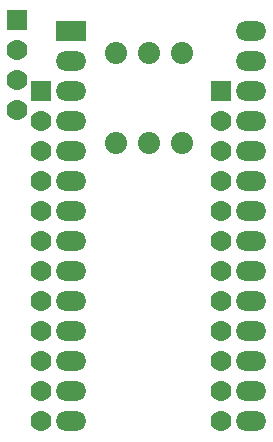
<source format=gbs>
G04*
G04 #@! TF.GenerationSoftware,Altium Limited,Altium Designer,21.0.9 (235)*
G04*
G04 Layer_Color=16711935*
%FSLAX25Y25*%
%MOIN*%
G70*
G04*
G04 #@! TF.SameCoordinates,E712B7E2-4447-4AEC-BC64-13D1A33EA5FB*
G04*
G04*
G04 #@! TF.FilePolarity,Negative*
G04*
G01*
G75*
%ADD12R,0.06992X0.06992*%
%ADD13C,0.06992*%
%ADD14C,0.07386*%
%ADD15R,0.10142X0.06598*%
%ADD16O,0.10142X0.06598*%
D12*
X5000Y142000D02*
D03*
X13000Y118500D02*
D03*
X73000D02*
D03*
D13*
X5000Y132000D02*
D03*
Y122000D02*
D03*
Y112000D02*
D03*
X13000Y48500D02*
D03*
Y58500D02*
D03*
Y68500D02*
D03*
Y78500D02*
D03*
Y88500D02*
D03*
Y98500D02*
D03*
Y108500D02*
D03*
Y38500D02*
D03*
Y28500D02*
D03*
Y18500D02*
D03*
Y8500D02*
D03*
X73000Y48500D02*
D03*
Y58500D02*
D03*
Y68500D02*
D03*
Y78500D02*
D03*
Y88500D02*
D03*
Y98500D02*
D03*
Y108500D02*
D03*
Y38500D02*
D03*
Y28500D02*
D03*
Y18500D02*
D03*
Y8500D02*
D03*
D14*
X60000Y101000D02*
D03*
Y131000D02*
D03*
X38000Y101000D02*
D03*
Y131000D02*
D03*
X49000Y101000D02*
D03*
Y131000D02*
D03*
D15*
X23000Y138500D02*
D03*
D16*
Y128500D02*
D03*
Y118500D02*
D03*
Y108500D02*
D03*
Y98500D02*
D03*
Y88500D02*
D03*
Y78500D02*
D03*
Y68500D02*
D03*
Y58500D02*
D03*
Y48500D02*
D03*
Y38500D02*
D03*
Y28500D02*
D03*
Y18500D02*
D03*
Y8500D02*
D03*
X83000Y138500D02*
D03*
Y128500D02*
D03*
Y118500D02*
D03*
Y108500D02*
D03*
Y98500D02*
D03*
Y88500D02*
D03*
Y78500D02*
D03*
Y68500D02*
D03*
Y58500D02*
D03*
Y48500D02*
D03*
Y38500D02*
D03*
Y28500D02*
D03*
Y18500D02*
D03*
Y8500D02*
D03*
M02*

</source>
